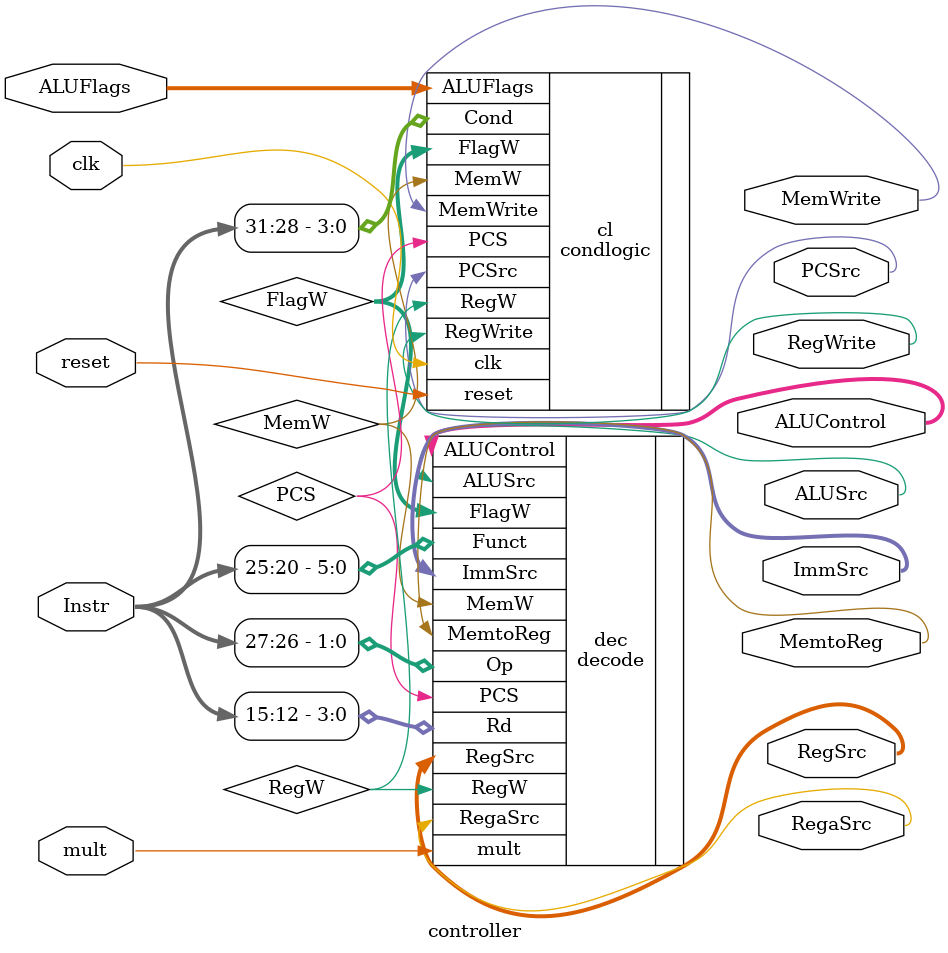
<source format=v>
module controller (
	clk,
	reset,
	Instr,
	ALUFlags,
	mult,
	RegSrc,
	RegWrite,
	ImmSrc,
	ALUSrc,
	ALUControl,
	MemWrite,
	MemtoReg,
	PCSrc,
	RegaSrc
);
	input wire clk;
	input wire reset;
	input wire [31:12] Instr;
	input wire mult;
	input wire [3:0] ALUFlags;
	output wire [1:0] RegSrc;
	output wire RegWrite;
	output wire [1:0] ImmSrc;
	output wire ALUSrc;
	output wire [2:0] ALUControl;
	output wire MemWrite;
	output wire MemtoReg;
	output wire PCSrc;
	output wire RegaSrc;
	wire [1:0] FlagW;
	wire PCS;
	wire RegW;
	wire MemW;
	decode dec(
		.Op(Instr[27:26]),
		.Funct(Instr[25:20]),
		.Rd(Instr[15:12]),
		.FlagW(FlagW),
		.PCS(PCS),
		.RegW(RegW),
		.MemW(MemW),
		.MemtoReg(MemtoReg),
		.ALUSrc(ALUSrc),
		.ImmSrc(ImmSrc),
		.RegSrc(RegSrc),
		.ALUControl(ALUControl),
		.mult(mult),
		.RegaSrc(RegaSrc)
	);
	condlogic cl(
		.clk(clk),
		.reset(reset),
		.Cond(Instr[31:28]),
		.ALUFlags(ALUFlags),
		.FlagW(FlagW),
		.PCS(PCS),
		.RegW(RegW),
		.MemW(MemW),
		.PCSrc(PCSrc),
		.RegWrite(RegWrite),
		.MemWrite(MemWrite)
	);
endmodule

</source>
